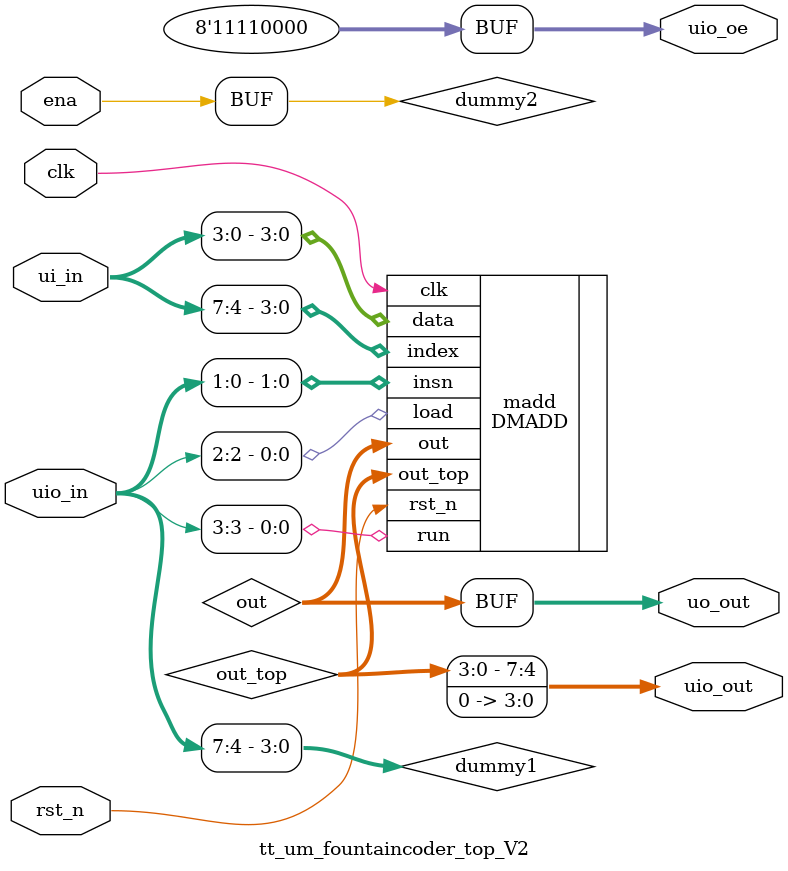
<source format=v>
/*
 * Copyright (c) 2024 Jonny Edwards
 * SPDX-License-Identifier: Apache-2.0
 */

module tt_um_fountaincoder_top_V2 (
    input  wire       clk,      // clock
    input  wire       ena,      // will go high when the design is enabled
    input  wire [7:0] ui_in,    // Dedicated inputs
    output wire [7:0] uo_out,   // Dedicated outputs
    input  wire [7:0] uio_in,   // IOs: Input path
    output wire [7:0] uio_out,  // IOs: Output path
    output wire [7:0] uio_oe,   // IOs: Enable path (active high: 0=input, 1=output)
    input  wire       rst_n     // reset_n - low to reset
);

// All output pins must be assigned. If not used, assign to 0.
assign uio_out[3:0] = 4'b0;
/* verilator lint_off UNUSED */
wire [3:0] dummy1 = uio_in[7:4];
wire dummy2 = ena;
assign uio_oe       = 8'b11110000;
//assign all the loose ports
wire [7:0] out;
wire [3:0] out_top;
assign uo_out = out;
assign uio_out[7:4] = out_top;
DMADD madd(
        .clk    (clk),
        .run    (uio_in[3]),
        .load   (uio_in[2]),
        .insn   (uio_in[1:0]),
        .index  (ui_in[7:4]),
        .data   (ui_in[3:0]),
        .out    (out),
        .out_top (out_top), 
        .rst_n  (rst_n)
);

endmodule


</source>
